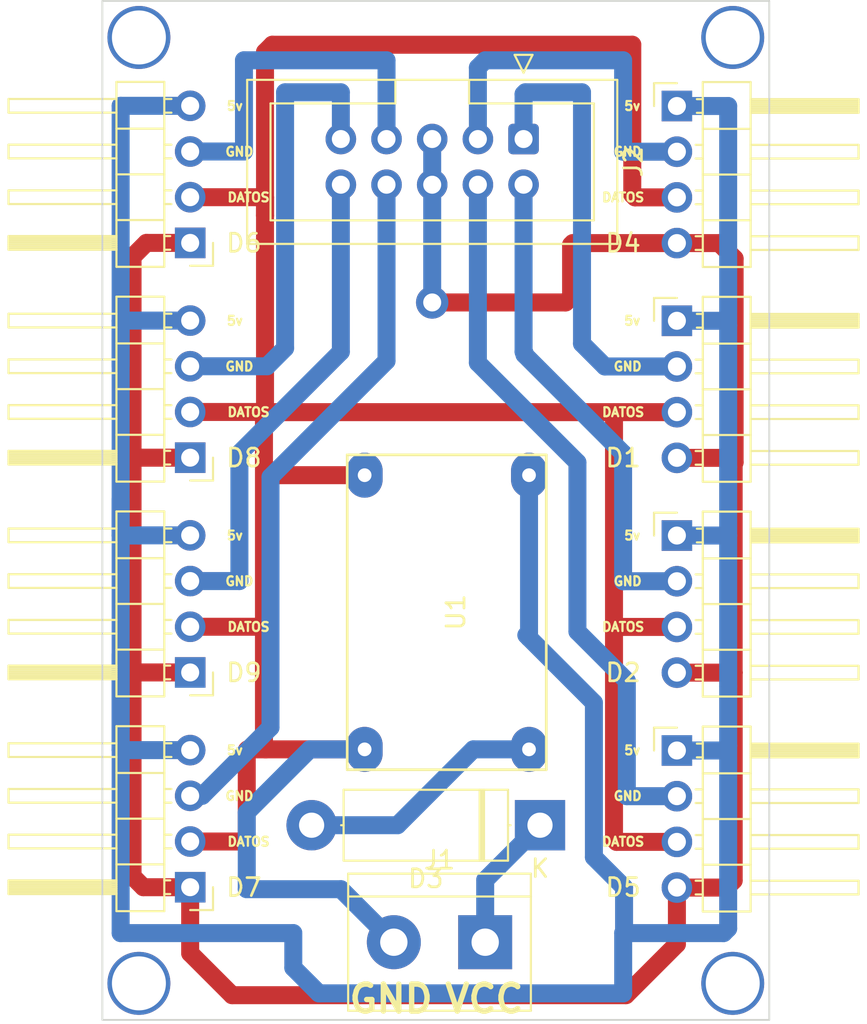
<source format=kicad_pcb>
(kicad_pcb (version 20211014) (generator pcbnew)
  (layers (0 "F.Cu" signal) (31 "B.Cu" signal) (34 "B.Paste" user) (35 "F.Paste" user) (36 "B.SilkS" user "B.Silkscreen") (37 "F.SilkS" user "F.Silkscreen") (38 "B.Mask" user) (39 "F.Mask" user) (44 "Edge.Cuts" user))
  (net 0 "")
  (net 1 "/data2")
  (net 2 "/gnd")
  (net 3 "/5v")
  (net 4 "Net-(D3-Pad1)")
  (net 5 "/data4")
  (net 6 "/data1")
  (net 7 "/data5")
  (net 8 "/data6")
  (net 9 "/data7")
  (net 10 "/data8")
  (net 11 "/data3")
  (net 12 "/38Kh")
  (net 13 "Net-(D3-Pad2)")
  (footprint "Connector_PinHeader_2.54mm:PinHeader_1x04_P2.54mm_Horizontal" (layer "F.Cu") (at 51.503 56.4)
    (fp_text reference "D5" (at -2.991 7.61 180) (layer "F.SilkS"))
    (fp_text value "Conn_01x04_Male" hide)
    (fp_line (start 1.11 -0.38) (end 1.44 -0.38) (layer "F.SilkS") (width 0.12))
    (fp_line (start 10.1 4.7) (end 10.1 5.46) (layer "F.SilkS") (width 0.12))
    (fp_line (start 10.1 5.46) (end 4.1 5.46) (layer "F.SilkS") (width 0.12))
    (fp_line (start 4.1 -0.38) (end 10.1 -0.38) (layer "F.SilkS") (width 0.12))
    (fp_line (start 1.042929 4.7) (end 1.44 4.7) (layer "F.SilkS") (width 0.12))
    (fp_line (start 1.44 -1.33) (end 1.44 8.95) (layer "F.SilkS") (width 0.12))
    (fp_line (start 4.1 8.95) (end 4.1 -1.33) (layer "F.SilkS") (width 0.12))
    (fp_line (start 4.1 4.7) (end 10.1 4.7) (layer "F.SilkS") (width 0.12))
    (fp_line (start 10.1 0.38) (end 4.1 0.38) (layer "F.SilkS") (width 0.12))
    (fp_line (start 10.1 2.16) (end 10.1 2.92) (layer "F.SilkS") (width 0.12))
    (fp_line (start 1.042929 7.24) (end 1.44 7.24) (layer "F.SilkS") (width 0.12))
    (fp_line (start 1.44 6.35) (end 4.1 6.35) (layer "F.SilkS") (width 0.12))
    (fp_line (start 1.11 0.38) (end 1.44 0.38) (layer "F.SilkS") (width 0.12))
    (fp_line (start 1.042929 8) (end 1.44 8) (layer "F.SilkS") (width 0.12))
    (fp_line (start 10.1 2.92) (end 4.1 2.92) (layer "F.SilkS") (width 0.12))
    (fp_line (start 10.1 7.24) (end 10.1 8) (layer "F.SilkS") (width 0.12))
    (fp_line (start 4.1 -0.2) (end 10.1 -0.2) (layer "F.SilkS") (width 0.12))
    (fp_line (start 4.1 -0.32) (end 10.1 -0.32) (layer "F.SilkS") (width 0.12))
    (fp_line (start 10.1 8) (end 4.1 8) (layer "F.SilkS") (width 0.12))
    (fp_line (start 1.042929 2.16) (end 1.44 2.16) (layer "F.SilkS") (width 0.12))
    (fp_line (start 4.1 0.16) (end 10.1 0.16) (layer "F.SilkS") (width 0.12))
    (fp_line (start 1.042929 5.46) (end 1.44 5.46) (layer "F.SilkS") (width 0.12))
    (fp_line (start 1.44 8.95) (end 4.1 8.95) (layer "F.SilkS") (width 0.12))
    (fp_line (start 4.1 7.24) (end 10.1 7.24) (layer "F.SilkS") (width 0.12))
    (fp_line (start 1.44 3.81) (end 4.1 3.81) (layer "F.SilkS") (width 0.12))
    (fp_line (start -1.27 -1.27) (end 0 -1.27) (layer "F.SilkS") (width 0.12))
    (fp_line (start 4.1 0.04) (end 10.1 0.04) (layer "F.SilkS") (width 0.12))
    (fp_line (start -1.27 0) (end -1.27 -1.27) (layer "F.SilkS") (width 0.12))
    (fp_line (start 1.44 1.27) (end 4.1 1.27) (layer "F.SilkS") (width 0.12))
    (fp_line (start 10.1 -0.38) (end 10.1 0.38) (layer "F.SilkS") (width 0.12))
    (fp_line (start 4.1 -0.08) (end 10.1 -0.08) (layer "F.SilkS") (width 0.12))
    (fp_line (start 4.1 -1.33) (end 1.44 -1.33) (layer "F.SilkS") (width 0.12))
    (fp_line (start 4.1 0.28) (end 10.1 0.28) (layer "F.SilkS") (width 0.12))
    (fp_line (start 1.042929 2.92) (end 1.44 2.92) (layer "F.SilkS") (width 0.12))
    (fp_line (start 4.1 2.16) (end 10.1 2.16) (layer "F.SilkS") (width 0.12))
    (pad "1" thru_hole rect (at 0 0) (size 1.7 1.7) (drill 1) (layers *.Cu *.Mask) (net 3 "/5v"))
    (pad "2" thru_hole oval (at 0 2.54) (size 1.7 1.7) (drill 1) (layers *.Cu *.Mask) (net 5 "/data4"))
    (pad "3" thru_hole oval (at 0 5.08) (size 1.7 1.7) (drill 1) (layers *.Cu *.Mask) (net 2 "/gnd"))
    (pad "4" thru_hole oval (at 0 7.62) (size 1.7 1.7) (drill 1) (layers *.Cu *.Mask) (net 12 "/38Kh"))
  )
  (footprint "TerminalBlock:TerminalBlock_bornier-2_P5.08mm" (layer "F.Cu") (at 40.8432 67.056 180)
    (fp_text reference "J1" (at 2.54 4.572) (layer "F.SilkS"))
    (fp_text value "Conn_01x02_Male" hide)
    (fp_line (start -2.54 3.81) (end 7.62 3.81) (layer "F.SilkS") (width 0.12))
    (fp_line (start 7.62 2.54) (end -2.54 2.54) (layer "F.SilkS") (width 0.12))
    (fp_line (start 7.62 3.81) (end 7.62 -3.81) (layer "F.SilkS") (width 0.12))
    (fp_line (start -2.54 -3.81) (end -2.54 3.81) (layer "F.SilkS") (width 0.12))
    (fp_line (start 7.62 -3.81) (end -2.54 -3.81) (layer "F.SilkS") (width 0.12))
    (pad "1" thru_hole rect (at 0 0 180) (size 3 3) (drill 1.52) (layers *.Cu *.Mask) (net 4 "Net-(D3-Pad1)"))
    (pad "2" thru_hole circle (at 5.08 0 180) (size 3 3) (drill 1.52) (layers *.Cu *.Mask) (net 2 "/gnd"))
  )
  (footprint "Diode_THT:D_5W_P12.70mm_Horizontal" (layer "F.Cu") (at 43.8912 60.5536 180)
    (fp_text reference "D3" (at 6.35 -2.97) (layer "F.SilkS"))
    (fp_text value "DIODE")
    (fp_text user "K" (at 0 -2.4) (layer "F.SilkS"))
    (fp_line (start 10.92 1.97) (end 10.92 -1.97) (layer "F.SilkS") (width 0.12))
    (fp_line (start 1.64 0) (end 1.78 0) (layer "F.SilkS") (width 0.12))
    (fp_line (start 3.235 -1.97) (end 3.235 1.97) (layer "F.SilkS") (width 0.12))
    (fp_line (start 10.92 -1.97) (end 1.78 -1.97) (layer "F.SilkS") (width 0.12))
    (fp_line (start 1.78 1.97) (end 10.92 1.97) (layer "F.SilkS") (width 0.12))
    (fp_line (start 3.355 -1.97) (end 3.355 1.97) (layer "F.SilkS") (width 0.12))
    (fp_line (start 11.06 0) (end 10.92 0) (layer "F.SilkS") (width 0.12))
    (fp_line (start 3.115 -1.97) (end 3.115 1.97) (layer "F.SilkS") (width 0.12))
    (fp_line (start 1.78 -1.97) (end 1.78 1.97) (layer "F.SilkS") (width 0.12))
    (pad "1" thru_hole rect (at 0 0 180) (size 2.8 2.8) (drill 1.4) (layers *.Cu *.Mask) (net 4 "Net-(D3-Pad1)"))
    (pad "2" thru_hole oval (at 12.7 0 180) (size 2.8 2.8) (drill 1.4) (layers *.Cu *.Mask) (net 13 "Net-(D3-Pad2)"))
  )
  (footprint "Mini360_step-down:Mini360_step-down" (layer "F.Cu") (at 38.7096 48.7172 90)
    (fp_text reference "U1" (at 0 0.5 90) (layer "F.SilkS"))
    (fp_text value "Mini360")
    (fp_line (start -8.75 -5.54) (end -8.75 5.53) (layer "F.SilkS") (width 0.15))
    (fp_line (start 8.75 5.53) (end 8.75 -5.54) (layer "F.SilkS") (width 0.15))
    (fp_line (start -8.75 -5.54) (end 8.75 -5.54) (layer "F.SilkS") (width 0.15))
    (fp_line (start 8.75 5.53) (end -8.75 5.53) (layer "F.SilkS") (width 0.15))
    (pad "1" thru_hole oval locked (at -7.62 -4.57 90) (size 2.5 2) (drill 0.762) (layers *.Cu *.Mask) (net 2 "/gnd"))
    (pad "2" thru_hole oval locked (at -7.62 4.57 90) (size 2.5 2) (drill 0.762) (layers *.Cu *.Mask) (net 13 "Net-(D3-Pad2)"))
    (pad "3" thru_hole oval locked (at 7.62 -4.57 90) (size 2.5 2) (drill 0.762) (layers *.Cu *.Mask) (net 2 "/gnd"))
    (pad "4" thru_hole oval locked (at 7.62 4.57 90) (size 2.5 2) (drill 0.762) (layers *.Cu *.Mask) (net 3 "/5v"))
  )
  (footprint "Connector_PinHeader_2.54mm:PinHeader_1x04_P2.54mm_Horizontal" (layer "F.Cu") (at 24.439 64 180)
    (fp_text reference "D7" (at -2.991 -0.01) (layer "F.SilkS"))
    (fp_text value "Conn_01x04_Male" hide)
    (fp_line (start 4.1 4.7) (end 10.1 4.7) (layer "F.SilkS") (width 0.12))
    (fp_line (start 1.44 6.35) (end 4.1 6.35) (layer "F.SilkS") (width 0.12))
    (fp_line (start 1.44 3.81) (end 4.1 3.81) (layer "F.SilkS") (width 0.12))
    (fp_line (start 1.44 -1.33) (end 1.44 8.95) (layer "F.SilkS") (width 0.12))
    (fp_line (start 4.1 0.28) (end 10.1 0.28) (layer "F.SilkS") (width 0.12))
    (fp_line (start 4.1 -0.32) (end 10.1 -0.32) (layer "F.SilkS") (width 0.12))
    (fp_line (start 1.11 0.38) (end 1.44 0.38) (layer "F.SilkS") (width 0.12))
    (fp_line (start 1.44 1.27) (end 4.1 1.27) (layer "F.SilkS") (width 0.12))
    (fp_line (start 4.1 8.95) (end 4.1 -1.33) (layer "F.SilkS") (width 0.12))
    (fp_line (start 1.042929 8) (end 1.44 8) (layer "F.SilkS") (width 0.12))
    (fp_line (start 1.042929 5.46) (end 1.44 5.46) (layer "F.SilkS") (width 0.12))
    (fp_line (start 1.44 8.95) (end 4.1 8.95) (layer "F.SilkS") (width 0.12))
    (fp_line (start 4.1 -0.08) (end 10.1 -0.08) (layer "F.SilkS") (width 0.12))
    (fp_line (start 10.1 7.24) (end 10.1 8) (layer "F.SilkS") (width 0.12))
    (fp_line (start 1.042929 2.16) (end 1.44 2.16) (layer "F.SilkS") (width 0.12))
    (fp_line (start 10.1 2.16) (end 10.1 2.92) (layer "F.SilkS") (width 0.12))
    (fp_line (start 4.1 -0.38) (end 10.1 -0.38) (layer "F.SilkS") (width 0.12))
    (fp_line (start 4.1 -1.33) (end 1.44 -1.33) (layer "F.SilkS") (width 0.12))
    (fp_line (start 1.042929 2.92) (end 1.44 2.92) (layer "F.SilkS") (width 0.12))
    (fp_line (start 4.1 0.04) (end 10.1 0.04) (layer "F.SilkS") (width 0.12))
    (fp_line (start 10.1 5.46) (end 4.1 5.46) (layer "F.SilkS") (width 0.12))
    (fp_line (start 10.1 -0.38) (end 10.1 0.38) (layer "F.SilkS") (width 0.12))
    (fp_line (start -1.27 0) (end -1.27 -1.27) (layer "F.SilkS") (width 0.12))
    (fp_line (start 10.1 2.92) (end 4.1 2.92) (layer "F.SilkS") (width 0.12))
    (fp_line (start 4.1 -0.2) (end 10.1 -0.2) (layer "F.SilkS") (width 0.12))
    (fp_line (start 1.042929 7.24) (end 1.44 7.24) (layer "F.SilkS") (width 0.12))
    (fp_line (start 1.042929 4.7) (end 1.44 4.7) (layer "F.SilkS") (width 0.12))
    (fp_line (start 10.1 4.7) (end 10.1 5.46) (layer "F.SilkS") (width 0.12))
    (fp_line (start 10.1 0.38) (end 4.1 0.38) (layer "F.SilkS") (width 0.12))
    (fp_line (start -1.27 -1.27) (end 0 -1.27) (layer "F.SilkS") (width 0.12))
    (fp_line (start 4.1 7.24) (end 10.1 7.24) (layer "F.SilkS") (width 0.12))
    (fp_line (start 4.1 2.16) (end 10.1 2.16) (layer "F.SilkS") (width 0.12))
    (fp_line (start 10.1 8) (end 4.1 8) (layer "F.SilkS") (width 0.12))
    (fp_line (start 1.11 -0.38) (end 1.44 -0.38) (layer "F.SilkS") (width 0.12))
    (fp_line (start 4.1 0.16) (end 10.1 0.16) (layer "F.SilkS") (width 0.12))
    (pad "1" thru_hole rect (at 0 0 180) (size 1.7 1.7) (drill 1) (layers *.Cu *.Mask) (net 12 "/38Kh"))
    (pad "2" thru_hole oval (at 0 2.54 180) (size 1.7 1.7) (drill 1) (layers *.Cu *.Mask) (net 2 "/gnd"))
    (pad "3" thru_hole oval (at 0 5.08 180) (size 1.7 1.7) (drill 1) (layers *.Cu *.Mask) (net 10 "/data8"))
    (pad "4" thru_hole oval (at 0 7.62 180) (size 1.7 1.7) (drill 1) (layers *.Cu *.Mask) (net 3 "/5v"))
  )
  (footprint "Connector_PinHeader_2.54mm:PinHeader_1x04_P2.54mm_Horizontal" (layer "F.Cu") (at 51.503 32.514)
    (fp_text reference "D1" (at -2.991 7.62 180) (layer "F.SilkS"))
    (fp_text value "Conn_01x04_Male" hide)
    (fp_line (start 4.1 -0.38) (end 10.1 -0.38) (layer "F.SilkS") (width 0.12))
    (fp_line (start 4.1 0.28) (end 10.1 0.28) (layer "F.SilkS") (width 0.12))
    (fp_line (start 1.042929 8) (end 1.44 8) (layer "F.SilkS") (width 0.12))
    (fp_line (start -1.27 0) (end -1.27 -1.27) (layer "F.SilkS") (width 0.12))
    (fp_line (start 1.44 -1.33) (end 1.44 8.95) (layer "F.SilkS") (width 0.12))
    (fp_line (start 10.1 2.16) (end 10.1 2.92) (layer "F.SilkS") (width 0.12))
    (fp_line (start 1.042929 7.24) (end 1.44 7.24) (layer "F.SilkS") (width 0.12))
    (fp_line (start 10.1 2.92) (end 4.1 2.92) (layer "F.SilkS") (width 0.12))
    (fp_line (start 4.1 2.16) (end 10.1 2.16) (layer "F.SilkS") (width 0.12))
    (fp_line (start 1.042929 4.7) (end 1.44 4.7) (layer "F.SilkS") (width 0.12))
    (fp_line (start 1.44 8.95) (end 4.1 8.95) (layer "F.SilkS") (width 0.12))
    (fp_line (start 4.1 8.95) (end 4.1 -1.33) (layer "F.SilkS") (width 0.12))
    (fp_line (start 10.1 4.7) (end 10.1 5.46) (layer "F.SilkS") (width 0.12))
    (fp_line (start 4.1 -0.32) (end 10.1 -0.32) (layer "F.SilkS") (width 0.12))
    (fp_line (start 4.1 7.24) (end 10.1 7.24) (layer "F.SilkS") (width 0.12))
    (fp_line (start 1.11 -0.38) (end 1.44 -0.38) (layer "F.SilkS") (width 0.12))
    (fp_line (start 10.1 7.24) (end 10.1 8) (layer "F.SilkS") (width 0.12))
    (fp_line (start 10.1 0.38) (end 4.1 0.38) (layer "F.SilkS") (width 0.12))
    (fp_line (start 1.44 3.81) (end 4.1 3.81) (layer "F.SilkS") (width 0.12))
    (fp_line (start 1.042929 5.46) (end 1.44 5.46) (layer "F.SilkS") (width 0.12))
    (fp_line (start 10.1 8) (end 4.1 8) (layer "F.SilkS") (width 0.12))
    (fp_line (start 4.1 -1.33) (end 1.44 -1.33) (layer "F.SilkS") (width 0.12))
    (fp_line (start 4.1 -0.2) (end 10.1 -0.2) (layer "F.SilkS") (width 0.12))
    (fp_line (start 4.1 0.16) (end 10.1 0.16) (layer "F.SilkS") (width 0.12))
    (fp_line (start 1.11 0.38) (end 1.44 0.38) (layer "F.SilkS") (width 0.12))
    (fp_line (start -1.27 -1.27) (end 0 -1.27) (layer "F.SilkS") (width 0.12))
    (fp_line (start 4.1 0.04) (end 10.1 0.04) (layer "F.SilkS") (width 0.12))
    (fp_line (start 1.042929 2.92) (end 1.44 2.92) (layer "F.SilkS") (width 0.12))
    (fp_line (start 1.44 1.27) (end 4.1 1.27) (layer "F.SilkS") (width 0.12))
    (fp_line (start 1.042929 2.16) (end 1.44 2.16) (layer "F.SilkS") (width 0.12))
    (fp_line (start 10.1 5.46) (end 4.1 5.46) (layer "F.SilkS") (width 0.12))
    (fp_line (start 4.1 4.7) (end 10.1 4.7) (layer "F.SilkS") (width 0.12))
    (fp_line (start 4.1 -0.08) (end 10.1 -0.08) (layer "F.SilkS") (width 0.12))
    (fp_line (start 1.44 6.35) (end 4.1 6.35) (layer "F.SilkS") (width 0.12))
    (fp_line (start 10.1 -0.38) (end 10.1 0.38) (layer "F.SilkS") (width 0.12))
    (pad "1" thru_hole rect (at 0 0) (size 1.7 1.7) (drill 1) (layers *.Cu *.Mask) (net 3 "/5v"))
    (pad "2" thru_hole oval (at 0 2.54) (size 1.7 1.7) (drill 1) (layers *.Cu *.Mask) (net 1 "/data2"))
    (pad "3" thru_hole oval (at 0 5.08) (size 1.7 1.7) (drill 1) (layers *.Cu *.Mask) (net 2 "/gnd"))
    (pad "4" thru_hole oval (at 0 7.62) (size 1.7 1.7) (drill 1) (layers *.Cu *.Mask) (net 12 "/38Kh"))
  )
  (footprint "Connector_PinHeader_2.54mm:PinHeader_1x04_P2.54mm_Horizontal" (layer "F.Cu") (at 24.439 40.124 180)
    (fp_text reference "D8" (at -2.991 -0.01) (layer "F.SilkS"))
    (fp_text value "Conn_01x04_Male" hide)
    (fp_line (start 1.042929 2.16) (end 1.44 2.16) (layer "F.SilkS") (width 0.12))
    (fp_line (start 1.44 -1.33) (end 1.44 8.95) (layer "F.SilkS") (width 0.12))
    (fp_line (start 4.1 0.28) (end 10.1 0.28) (layer "F.SilkS") (width 0.12))
    (fp_line (start 4.1 2.16) (end 10.1 2.16) (layer "F.SilkS") (width 0.12))
    (fp_line (start 1.042929 7.24) (end 1.44 7.24) (layer "F.SilkS") (width 0.12))
    (fp_line (start 4.1 0.04) (end 10.1 0.04) (layer "F.SilkS") (width 0.12))
    (fp_line (start 4.1 8.95) (end 4.1 -1.33) (layer "F.SilkS") (width 0.12))
    (fp_line (start 4.1 -1.33) (end 1.44 -1.33) (layer "F.SilkS") (width 0.12))
    (fp_line (start 10.1 8) (end 4.1 8) (layer "F.SilkS") (width 0.12))
    (fp_line (start 4.1 7.24) (end 10.1 7.24) (layer "F.SilkS") (width 0.12))
    (fp_line (start 10.1 7.24) (end 10.1 8) (layer "F.SilkS") (width 0.12))
    (fp_line (start 10.1 4.7) (end 10.1 5.46) (layer "F.SilkS") (width 0.12))
    (fp_line (start 1.042929 2.92) (end 1.44 2.92) (layer "F.SilkS") (width 0.12))
    (fp_line (start 1.042929 8) (end 1.44 8) (layer "F.SilkS") (width 0.12))
    (fp_line (start 4.1 4.7) (end 10.1 4.7) (layer "F.SilkS") (width 0.12))
    (fp_line (start 10.1 -0.38) (end 10.1 0.38) (layer "F.SilkS") (width 0.12))
    (fp_line (start 1.042929 5.46) (end 1.44 5.46) (layer "F.SilkS") (width 0.12))
    (fp_line (start 1.44 6.35) (end 4.1 6.35) (layer "F.SilkS") (width 0.12))
    (fp_line (start 4.1 -0.32) (end 10.1 -0.32) (layer "F.SilkS") (width 0.12))
    (fp_line (start 1.11 0.38) (end 1.44 0.38) (layer "F.SilkS") (width 0.12))
    (fp_line (start 4.1 0.16) (end 10.1 0.16) (layer "F.SilkS") (width 0.12))
    (fp_line (start -1.27 0) (end -1.27 -1.27) (layer "F.SilkS") (width 0.12))
    (fp_line (start 10.1 2.16) (end 10.1 2.92) (layer "F.SilkS") (width 0.12))
    (fp_line (start 1.44 1.27) (end 4.1 1.27) (layer "F.SilkS") (width 0.12))
    (fp_line (start 4.1 -0.2) (end 10.1 -0.2) (layer "F.SilkS") (width 0.12))
    (fp_line (start 4.1 -0.08) (end 10.1 -0.08) (layer "F.SilkS") (width 0.12))
    (fp_line (start 1.44 8.95) (end 4.1 8.95) (layer "F.SilkS") (width 0.12))
    (fp_line (start 10.1 2.92) (end 4.1 2.92) (layer "F.SilkS") (width 0.12))
    (fp_line (start 1.042929 4.7) (end 1.44 4.7) (layer "F.SilkS") (width 0.12))
    (fp_line (start 10.1 5.46) (end 4.1 5.46) (layer "F.SilkS") (width 0.12))
    (fp_line (start 1.11 -0.38) (end 1.44 -0.38) (layer "F.SilkS") (width 0.12))
    (fp_line (start 1.44 3.81) (end 4.1 3.81) (layer "F.SilkS") (width 0.12))
    (fp_line (start 10.1 0.38) (end 4.1 0.38) (layer "F.SilkS") (width 0.12))
    (fp_line (start -1.27 -1.27) (end 0 -1.27) (layer "F.SilkS") (width 0.12))
    (fp_line (start 4.1 -0.38) (end 10.1 -0.38) (layer "F.SilkS") (width 0.12))
    (pad "1" thru_hole rect (at 0 0 180) (size 1.7 1.7) (drill 1) (layers *.Cu *.Mask) (net 12 "/38Kh"))
    (pad "2" thru_hole oval (at 0 2.54 180) (size 1.7 1.7) (drill 1) (layers *.Cu *.Mask) (net 2 "/gnd"))
    (pad "3" thru_hole oval (at 0 5.08 180) (size 1.7 1.7) (drill 1) (layers *.Cu *.Mask) (net 8 "/data6"))
    (pad "4" thru_hole oval (at 0 7.62 180) (size 1.7 1.7) (drill 1) (layers *.Cu *.Mask) (net 3 "/5v"))
  )
  (footprint "Connector_PinHeader_2.54mm:PinHeader_1x04_P2.54mm_Horizontal" (layer "F.Cu") (at 51.503 44.452)
    (fp_text reference "D2" (at -2.991 7.62 180) (layer "F.SilkS"))
    (fp_text value "Conn_01x04_Male" hide)
    (fp_line (start 4.1 0.16) (end 10.1 0.16) (layer "F.SilkS") (width 0.12))
    (fp_line (start 4.1 -1.33) (end 1.44 -1.33) (layer "F.SilkS") (width 0.12))
    (fp_line (start 4.1 2.16) (end 10.1 2.16) (layer "F.SilkS") (width 0.12))
    (fp_line (start 1.11 0.38) (end 1.44 0.38) (layer "F.SilkS") (width 0.12))
    (fp_line (start 10.1 0.38) (end 4.1 0.38) (layer "F.SilkS") (width 0.12))
    (fp_line (start 1.44 1.27) (end 4.1 1.27) (layer "F.SilkS") (width 0.12))
    (fp_line (start 1.042929 7.24) (end 1.44 7.24) (layer "F.SilkS") (width 0.12))
    (fp_line (start 1.042929 2.92) (end 1.44 2.92) (layer "F.SilkS") (width 0.12))
    (fp_line (start 4.1 4.7) (end 10.1 4.7) (layer "F.SilkS") (width 0.12))
    (fp_line (start 4.1 -0.08) (end 10.1 -0.08) (layer "F.SilkS") (width 0.12))
    (fp_line (start -1.27 0) (end -1.27 -1.27) (layer "F.SilkS") (width 0.12))
    (fp_line (start 4.1 -0.38) (end 10.1 -0.38) (layer "F.SilkS") (width 0.12))
    (fp_line (start 10.1 -0.38) (end 10.1 0.38) (layer "F.SilkS") (width 0.12))
    (fp_line (start 4.1 8.95) (end 4.1 -1.33) (layer "F.SilkS") (width 0.12))
    (fp_line (start 1.44 3.81) (end 4.1 3.81) (layer "F.SilkS") (width 0.12))
    (fp_line (start 4.1 -0.2) (end 10.1 -0.2) (layer "F.SilkS") (width 0.12))
    (fp_line (start 1.042929 2.16) (end 1.44 2.16) (layer "F.SilkS") (width 0.12))
    (fp_line (start 4.1 7.24) (end 10.1 7.24) (layer "F.SilkS") (width 0.12))
    (fp_line (start 10.1 7.24) (end 10.1 8) (layer "F.SilkS") (width 0.12))
    (fp_line (start 10.1 2.92) (end 4.1 2.92) (layer "F.SilkS") (width 0.12))
    (fp_line (start 10.1 4.7) (end 10.1 5.46) (layer "F.SilkS") (width 0.12))
    (fp_line (start 1.44 8.95) (end 4.1 8.95) (layer "F.SilkS") (width 0.12))
    (fp_line (start 1.042929 5.46) (end 1.44 5.46) (layer "F.SilkS") (width 0.12))
    (fp_line (start 1.44 -1.33) (end 1.44 8.95) (layer "F.SilkS") (width 0.12))
    (fp_line (start 1.11 -0.38) (end 1.44 -0.38) (layer "F.SilkS") (width 0.12))
    (fp_line (start -1.27 -1.27) (end 0 -1.27) (layer "F.SilkS") (width 0.12))
    (fp_line (start 4.1 0.28) (end 10.1 0.28) (layer "F.SilkS") (width 0.12))
    (fp_line (start 1.042929 4.7) (end 1.44 4.7) (layer "F.SilkS") (width 0.12))
    (fp_line (start 4.1 -0.32) (end 10.1 -0.32) (layer "F.SilkS") (width 0.12))
    (fp_line (start 10.1 5.46) (end 4.1 5.46) (layer "F.SilkS") (width 0.12))
    (fp_line (start 10.1 8) (end 4.1 8) (layer "F.SilkS") (width 0.12))
    (fp_line (start 1.042929 8) (end 1.44 8) (layer "F.SilkS") (width 0.12))
    (fp_line (start 1.44 6.35) (end 4.1 6.35) (layer "F.SilkS") (width 0.12))
    (fp_line (start 10.1 2.16) (end 10.1 2.92) (layer "F.SilkS") (width 0.12))
    (fp_line (start 4.1 0.04) (end 10.1 0.04) (layer "F.SilkS") (width 0.12))
    (pad "1" thru_hole rect (at 0 0) (size 1.7 1.7) (drill 1) (layers *.Cu *.Mask) (net 3 "/5v"))
    (pad "2" thru_hole oval (at 0 2.54) (size 1.7 1.7) (drill 1) (layers *.Cu *.Mask) (net 11 "/data3"))
    (pad "3" thru_hole oval (at 0 5.08) (size 1.7 1.7) (drill 1) (layers *.Cu *.Mask) (net 2 "/gnd"))
    (pad "4" thru_hole oval (at 0 7.62) (size 1.7 1.7) (drill 1) (layers *.Cu *.Mask) (net 12 "/38Kh"))
  )
  (footprint "Connector_IDC:IDC-Header_2x05_P2.54mm_Vertical" (layer "F.Cu") (at 42.9768 22.4123 -90)
    (fp_text reference "J2" (at 1.27 -6.1 90) (layer "F.SilkS"))
    (fp_text value "Control Sensores")
    (fp_line (start -1.98 -3.91) (end 4.52 -3.91) (layer "F.SilkS") (width 0.12))
    (fp_line (start -3.29 -5.21) (end 5.83 -5.21) (layer "F.SilkS") (width 0.12))
    (fp_line (start 5.83 15.37) (end -3.29 15.37) (layer "F.SilkS") (width 0.12))
    (fp_line (start 4.52 14.07) (end -1.98 14.07) (layer "F.SilkS") (width 0.12))
    (fp_line (start -1.98 7.13) (end -1.98 7.13) (layer "F.SilkS") (width 0.12))
    (fp_line (start -1.98 14.07) (end -1.98 7.13) (layer "F.SilkS") (width 0.12))
    (fp_line (start -4.68 -0.5) (end -4.68 0.5) (layer "F.SilkS") (width 0.12))
    (fp_line (start -3.29 3.03) (end -1.98 3.03) (layer "F.SilkS") (width 0.12))
    (fp_line (start -3.68 0) (end -4.68 -0.5) (layer "F.SilkS") (width 0.12))
    (fp_line (start -1.98 3.03) (end -1.98 -3.91) (layer "F.SilkS") (width 0.12))
    (fp_line (start -3.29 15.37) (end -3.29 -5.21) (layer "F.SilkS") (width 0.12))
    (fp_line (start 5.83 -5.21) (end 5.83 15.37) (layer "F.SilkS") (width 0.12))
    (fp_line (start 4.52 -3.91) (end 4.52 14.07) (layer "F.SilkS") (width 0.12))
    (fp_line (start -1.98 7.13) (end -3.29 7.13) (layer "F.SilkS") (width 0.12))
    (fp_line (start -4.68 0.5) (end -3.68 0) (layer "F.SilkS") (width 0.12))
    (pad "1" thru_hole roundrect (at 0 0 270) (size 1.7 1.7) (drill 1) (layers *.Cu *.Mask) (roundrect_rratio 0.147059) (net 1 "/data2"))
    (pad "2" thru_hole circle (at 2.54 0 270) (size 1.7 1.7) (drill 1) (layers *.Cu *.Mask) (net 11 "/data3"))
    (pad "3" thru_hole circle (at 0 2.54 270) (size 1.7 1.7) (drill 1) (layers *.Cu *.Mask) (net 6 "/data1"))
    (pad "4" thru_hole circle (at 2.54 2.54 270) (size 1.7 1.7) (drill 1) (layers *.Cu *.Mask) (net 5 "/data4"))
    (pad "5" thru_hole circle (at 0 5.08 270) (size 1.7 1.7) (drill 1) (layers *.Cu *.Mask) (net 12 "/38Kh"))
    (pad "6" thru_hole circle (at 2.54 5.08 270) (size 1.7 1.7) (drill 1) (layers *.Cu *.Mask) (net 12 "/38Kh"))
    (pad "7" thru_hole circle (at 0 7.62 270) (size 1.7 1.7) (drill 1) (layers *.Cu *.Mask) (net 7 "/data5"))
    (pad "8" thru_hole circle (at 2.54 7.62 270) (size 1.7 1.7) (drill 1) (layers *.Cu *.Mask) (net 10 "/data8"))
    (pad "9" thru_hole circle (at 0 10.16 270) (size 1.7 1.7) (drill 1) (layers *.Cu *.Mask) (net 8 "/data6"))
    (pad "10" thru_hole circle (at 2.54 10.16 270) (size 1.7 1.7) (drill 1) (layers *.Cu *.Mask) (net 9 "/data7"))
  )
  (footprint "Connector_PinHeader_2.54mm:PinHeader_1x04_P2.54mm_Horizontal" (layer "F.Cu") (at 24.439 28.186 180)
    (fp_text reference "D6" (at -2.991 -0.01) (layer "F.SilkS"))
    (fp_text value "Conn_01x04_Male" hide)
    (fp_line (start 4.1 8.95) (end 4.1 -1.33) (layer "F.SilkS") (width 0.12))
    (fp_line (start 1.44 1.27) (end 4.1 1.27) (layer "F.SilkS") (width 0.12))
    (fp_line (start 10.1 -0.38) (end 10.1 0.38) (layer "F.SilkS") (width 0.12))
    (fp_line (start 10.1 2.16) (end 10.1 2.92) (layer "F.SilkS") (width 0.12))
    (fp_line (start 4.1 -0.38) (end 10.1 -0.38) (layer "F.SilkS") (width 0.12))
    (fp_line (start 1.042929 5.46) (end 1.44 5.46) (layer "F.SilkS") (width 0.12))
    (fp_line (start 10.1 0.38) (end 4.1 0.38) (layer "F.SilkS") (width 0.12))
    (fp_line (start -1.27 0) (end -1.27 -1.27) (layer "F.SilkS") (width 0.12))
    (fp_line (start 10.1 2.92) (end 4.1 2.92) (layer "F.SilkS") (width 0.12))
    (fp_line (start 4.1 0.28) (end 10.1 0.28) (layer "F.SilkS") (width 0.12))
    (fp_line (start 1.44 8.95) (end 4.1 8.95) (layer "F.SilkS") (width 0.12))
    (fp_line (start 1.44 6.35) (end 4.1 6.35) (layer "F.SilkS") (width 0.12))
    (fp_line (start 4.1 0.04) (end 10.1 0.04) (layer "F.SilkS") (width 0.12))
    (fp_line (start 10.1 7.24) (end 10.1 8) (layer "F.SilkS") (width 0.12))
    (fp_line (start 1.042929 7.24) (end 1.44 7.24) (layer "F.SilkS") (width 0.12))
    (fp_line (start -1.27 -1.27) (end 0 -1.27) (layer "F.SilkS") (width 0.12))
    (fp_line (start 4.1 4.7) (end 10.1 4.7) (layer "F.SilkS") (width 0.12))
    (fp_line (start 1.11 0.38) (end 1.44 0.38) (layer "F.SilkS") (width 0.12))
    (fp_line (start 10.1 4.7) (end 10.1 5.46) (layer "F.SilkS") (width 0.12))
    (fp_line (start 4.1 -0.2) (end 10.1 -0.2) (layer "F.SilkS") (width 0.12))
    (fp_line (start 1.042929 2.92) (end 1.44 2.92) (layer "F.SilkS") (width 0.12))
    (fp_line (start 4.1 7.24) (end 10.1 7.24) (layer "F.SilkS") (width 0.12))
    (fp_line (start 1.11 -0.38) (end 1.44 -0.38) (layer "F.SilkS") (width 0.12))
    (fp_line (start 1.042929 8) (end 1.44 8) (layer "F.SilkS") (width 0.12))
    (fp_line (start 4.1 0.16) (end 10.1 0.16) (layer "F.SilkS") (width 0.12))
    (fp_line (start 1.44 3.81) (end 4.1 3.81) (layer "F.SilkS") (width 0.12))
    (fp_line (start 4.1 -1.33) (end 1.44 -1.33) (layer "F.SilkS") (width 0.12))
    (fp_line (start 10.1 5.46) (end 4.1 5.46) (layer "F.SilkS") (width 0.12))
    (fp_line (start 1.042929 4.7) (end 1.44 4.7) (layer "F.SilkS") (width 0.12))
    (fp_line (start 1.042929 2.16) (end 1.44 2.16) (layer "F.SilkS") (width 0.12))
    (fp_line (start 4.1 2.16) (end 10.1 2.16) (layer "F.SilkS") (width 0.12))
    (fp_line (start 4.1 -0.08) (end 10.1 -0.08) (layer "F.SilkS") (width 0.12))
    (fp_line (start 4.1 -0.32) (end 10.1 -0.32) (layer "F.SilkS") (width 0.12))
    (fp_line (start 10.1 8) (end 4.1 8) (layer "F.SilkS") (width 0.12))
    (fp_line (start 1.44 -1.33) (end 1.44 8.95) (layer "F.SilkS") (width 0.12))
    (pad "1" thru_hole rect (at 0 0 180) (size 1.7 1.7) (drill 1) (layers *.Cu *.Mask) (net 12 "/38Kh"))
    (pad "2" thru_hole oval (at 0 2.54 180) (size 1.7 1.7) (drill 1) (layers *.Cu *.Mask) (net 2 "/gnd"))
    (pad "3" thru_hole oval (at 0 5.08 180) (size 1.7 1.7) (drill 1) (layers *.Cu *.Mask) (net 7 "/data5"))
    (pad "4" thru_hole oval (at 0 7.62 180) (size 1.7 1.7) (drill 1) (layers *.Cu *.Mask) (net 3 "/5v"))
  )
  (footprint "Connector_PinHeader_2.54mm:PinHeader_1x04_P2.54mm_Horizontal" (layer "F.Cu") (at 51.503 20.576)
    (fp_text reference "D4" (at -2.991 7.62 180) (layer "F.SilkS"))
    (fp_text value "Conn_01x04_Male" hide)
    (fp_line (start 1.11 0.38) (end 1.44 0.38) (layer "F.SilkS") (width 0.12))
    (fp_line (start 4.1 8.95) (end 4.1 -1.33) (layer "F.SilkS") (width 0.12))
    (fp_line (start 1.042929 5.46) (end 1.44 5.46) (layer "F.SilkS") (width 0.12))
    (fp_line (start 1.11 -0.38) (end 1.44 -0.38) (layer "F.SilkS") (width 0.12))
    (fp_line (start 1.44 1.27) (end 4.1 1.27) (layer "F.SilkS") (width 0.12))
    (fp_line (start 4.1 -0.38) (end 10.1 -0.38) (layer "F.SilkS") (width 0.12))
    (fp_line (start -1.27 -1.27) (end 0 -1.27) (layer "F.SilkS") (width 0.12))
    (fp_line (start 10.1 0.38) (end 4.1 0.38) (layer "F.SilkS") (width 0.12))
    (fp_line (start 4.1 2.16) (end 10.1 2.16) (layer "F.SilkS") (width 0.12))
    (fp_line (start 4.1 -0.2) (end 10.1 -0.2) (layer "F.SilkS") (width 0.12))
    (fp_line (start 10.1 2.92) (end 4.1 2.92) (layer "F.SilkS") (width 0.12))
    (fp_line (start 10.1 4.7) (end 10.1 5.46) (layer "F.SilkS") (width 0.12))
    (fp_line (start 4.1 0.16) (end 10.1 0.16) (layer "F.SilkS") (width 0.12))
    (fp_line (start 4.1 -0.08) (end 10.1 -0.08) (layer "F.SilkS") (width 0.12))
    (fp_line (start 4.1 0.04) (end 10.1 0.04) (layer "F.SilkS") (width 0.12))
    (fp_line (start 4.1 -0.32) (end 10.1 -0.32) (layer "F.SilkS") (width 0.12))
    (fp_line (start 4.1 -1.33) (end 1.44 -1.33) (layer "F.SilkS") (width 0.12))
    (fp_line (start 1.44 8.95) (end 4.1 8.95) (layer "F.SilkS") (width 0.12))
    (fp_line (start 1.042929 4.7) (end 1.44 4.7) (layer "F.SilkS") (width 0.12))
    (fp_line (start 1.042929 7.24) (end 1.44 7.24) (layer "F.SilkS") (width 0.12))
    (fp_line (start 10.1 2.16) (end 10.1 2.92) (layer "F.SilkS") (width 0.12))
    (fp_line (start 10.1 7.24) (end 10.1 8) (layer "F.SilkS") (width 0.12))
    (fp_line (start 1.042929 2.16) (end 1.44 2.16) (layer "F.SilkS") (width 0.12))
    (fp_line (start 1.44 6.35) (end 4.1 6.35) (layer "F.SilkS") (width 0.12))
    (fp_line (start 10.1 8) (end 4.1 8) (layer "F.SilkS") (width 0.12))
    (fp_line (start 1.042929 2.92) (end 1.44 2.92) (layer "F.SilkS") (width 0.12))
    (fp_line (start -1.27 0) (end -1.27 -1.27) (layer "F.SilkS") (width 0.12))
    (fp_line (start 1.44 -1.33) (end 1.44 8.95) (layer "F.SilkS") (width 0.12))
    (fp_line (start 1.44 3.81) (end 4.1 3.81) (layer "F.SilkS") (width 0.12))
    (fp_line (start 10.1 5.46) (end 4.1 5.46) (layer "F.SilkS") (width 0.12))
    (fp_line (start 4.1 4.7) (end 10.1 4.7) (layer "F.SilkS") (width 0.12))
    (fp_line (start 1.042929 8) (end 1.44 8) (layer "F.SilkS") (width 0.12))
    (fp_line (start 4.1 0.28) (end 10.1 0.28) (layer "F.SilkS") (width 0.12))
    (fp_line (start 4.1 7.24) (end 10.1 7.24) (layer "F.SilkS") (width 0.12))
    (fp_line (start 10.1 -0.38) (end 10.1 0.38) (layer "F.SilkS") (width 0.12))
    (pad "1" thru_hole rect (at 0 0) (size 1.7 1.7) (drill 1) (layers *.Cu *.Mask) (net 3 "/5v"))
    (pad "2" thru_hole oval (at 0 2.54) (size 1.7 1.7) (drill 1) (layers *.Cu *.Mask) (net 6 "/data1"))
    (pad "3" thru_hole oval (at 0 5.08) (size 1.7 1.7) (drill 1) (layers *.Cu *.Mask) (net 2 "/gnd"))
    (pad "4" thru_hole oval (at 0 7.62) (size 1.7 1.7) (drill 1) (layers *.Cu *.Mask) (net 12 "/38Kh"))
  )
  (footprint "Connector_PinHeader_2.54mm:PinHeader_1x04_P2.54mm_Horizontal" (layer "F.Cu") (at 24.439 52.062 180)
    (fp_text reference "D9" (at -2.991 -0.01) (layer "F.SilkS"))
    (fp_text value "Conn_01x04_Male" hide)
    (fp_line (start 1.44 -1.33) (end 1.44 8.95) (layer "F.SilkS") (width 0.12))
    (fp_line (start 10.1 2.16) (end 10.1 2.92) (layer "F.SilkS") (width 0.12))
    (fp_line (start 4.1 4.7) (end 10.1 4.7) (layer "F.SilkS") (width 0.12))
    (fp_line (start 10.1 7.24) (end 10.1 8) (layer "F.SilkS") (width 0.12))
    (fp_line (start 4.1 8.95) (end 4.1 -1.33) (layer "F.SilkS") (width 0.12))
    (fp_line (start -1.27 0) (end -1.27 -1.27) (layer "F.SilkS") (width 0.12))
    (fp_line (start -1.27 -1.27) (end 0 -1.27) (layer "F.SilkS") (width 0.12))
    (fp_line (start 1.042929 4.7) (end 1.44 4.7) (layer "F.SilkS") (width 0.12))
    (fp_line (start 4.1 0.04) (end 10.1 0.04) (layer "F.SilkS") (width 0.12))
    (fp_line (start 4.1 0.16) (end 10.1 0.16) (layer "F.SilkS") (width 0.12))
    (fp_line (start 4.1 7.24) (end 10.1 7.24) (layer "F.SilkS") (width 0.12))
    (fp_line (start 4.1 -0.2) (end 10.1 -0.2) (layer "F.SilkS") (width 0.12))
    (fp_line (start 1.042929 5.46) (end 1.44 5.46) (layer "F.SilkS") (width 0.12))
    (fp_line (start 4.1 -1.33) (end 1.44 -1.33) (layer "F.SilkS") (width 0.12))
    (fp_line (start 1.44 6.35) (end 4.1 6.35) (layer "F.SilkS") (width 0.12))
    (fp_line (start 1.44 3.81) (end 4.1 3.81) (layer "F.SilkS") (width 0.12))
    (fp_line (start 1.11 -0.38) (end 1.44 -0.38) (layer "F.SilkS") (width 0.12))
    (fp_line (start 1.042929 2.16) (end 1.44 2.16) (layer "F.SilkS") (width 0.12))
    (fp_line (start 1.44 1.27) (end 4.1 1.27) (layer "F.SilkS") (width 0.12))
    (fp_line (start 10.1 8) (end 4.1 8) (layer "F.SilkS") (width 0.12))
    (fp_line (start 1.042929 8) (end 1.44 8) (layer "F.SilkS") (width 0.12))
    (fp_line (start 10.1 5.46) (end 4.1 5.46) (layer "F.SilkS") (width 0.12))
    (fp_line (start 10.1 -0.38) (end 10.1 0.38) (layer "F.SilkS") (width 0.12))
    (fp_line (start 4.1 2.16) (end 10.1 2.16) (layer "F.SilkS") (width 0.12))
    (fp_line (start 10.1 2.92) (end 4.1 2.92) (layer "F.SilkS") (width 0.12))
    (fp_line (start 1.11 0.38) (end 1.44 0.38) (layer "F.SilkS") (width 0.12))
    (fp_line (start 10.1 4.7) (end 10.1 5.46) (layer "F.SilkS") (width 0.12))
    (fp_line (start 10.1 0.38) (end 4.1 0.38) (layer "F.SilkS") (width 0.12))
    (fp_line (start 4.1 0.28) (end 10.1 0.28) (layer "F.SilkS") (width 0.12))
    (fp_line (start 1.042929 2.92) (end 1.44 2.92) (layer "F.SilkS") (width 0.12))
    (fp_line (start 4.1 -0.08) (end 10.1 -0.08) (layer "F.SilkS") (width 0.12))
    (fp_line (start 1.042929 7.24) (end 1.44 7.24) (layer "F.SilkS") (width 0.12))
    (fp_line (start 4.1 -0.32) (end 10.1 -0.32) (layer "F.SilkS") (width 0.12))
    (fp_line (start 4.1 -0.38) (end 10.1 -0.38) (layer "F.SilkS") (width 0.12))
    (fp_line (start 1.44 8.95) (end 4.1 8.95) (layer "F.SilkS") (width 0.12))
    (pad "1" thru_hole rect (at 0 0 180) (size 1.7 1.7) (drill 1) (layers *.Cu *.Mask) (net 12 "/38Kh"))
    (pad "2" thru_hole oval (at 0 2.54 180) (size 1.7 1.7) (drill 1) (layers *.Cu *.Mask) (net 2 "/gnd"))
    (pad "3" thru_hole oval (at 0 5.08 180) (size 1.7 1.7) (drill 1) (layers *.Cu *.Mask) (net 9 "/data7"))
    (pad "4" thru_hole oval (at 0 7.62 180) (size 1.7 1.7) (drill 1) (layers *.Cu *.Mask) (net 3 "/5v"))
  )
  (gr_rect (start 19.556 14.734) (end 56.64 71.376) (layer "Edge.Cuts") (width 0.1) (fill none))
  (gr_text "GND\n" (at 48.766 23.116) (layer "F.SilkS") (effects (font (size 0.5 0.5) (thickness 0.125))))
  (gr_text "GND\n" (at 27.176 23.116) (layer "F.SilkS") (effects (font (size 0.5 0.5) (thickness 0.125))))
  (gr_text "5v\n" (at 26.922 32.514) (layer "F.SilkS") (effects (font (size 0.5 0.5) (thickness 0.125))))
  (gr_text "5v\n" (at 26.922 44.452) (layer "F.SilkS") (effects (font (size 0.5 0.5) (thickness 0.125))))
  (gr_text "VCC" (at 40.7924 70.2056) (layer "F.SilkS") (effects (font (size 1.5 1.5) (thickness 0.3))))
  (gr_text "GND\n" (at 27.176 58.93) (layer "F.SilkS") (effects (font (size 0.5 0.5) (thickness 0.125))))
  (gr_text "GND\n" (at 48.766 46.992) (layer "F.SilkS") (effects (font (size 0.5 0.5) (thickness 0.125))))
  (gr_text "GND\n" (at 48.766 35.054) (layer "F.SilkS") (effects (font (size 0.5 0.5) (thickness 0.125))))
  (gr_text "GND\n" (at 48.766 58.93) (layer "F.SilkS") (effects (font (size 0.5 0.5) (thickness 0.125))))
  (gr_text "GND\n" (at 27.176 46.992) (layer "F.SilkS") (effects (font (size 0.5 0.5) (thickness 0.125))))
  (gr_text "5v\n" (at 26.922 56.39) (layer "F.SilkS") (effects (font (size 0.5 0.5) (thickness 0.125))))
  (gr_text "5v\n" (at 49.02 32.514) (layer "F.SilkS") (effects (font (size 0.5 0.5) (thickness 0.125))))
  (gr_text "DATOS" (at 27.684 37.594) (layer "F.SilkS") (effects (font (size 0.5 0.5) (thickness 0.125))))
  (gr_text "DATOS" (at 48.512 25.656) (layer "F.SilkS") (effects (font (size 0.5 0.5) (thickness 0.125))))
  (gr_text "DATOS" (at 27.684 49.532) (layer "F.SilkS") (effects (font (size 0.5 0.5) (thickness 0.125))))
  (gr_text "5v\n" (at 49.02 20.576) (layer "F.SilkS") (effects (font (size 0.5 0.5) (thickness 0.125))))
  (gr_text "DATOS" (at 48.512 49.532) (layer "F.SilkS") (effects (font (size 0.5 0.5) (thickness 0.125))))
  (gr_text "DATOS" (at 48.512 61.47) (layer "F.SilkS") (effects (font (size 0.5 0.5) (thickness 0.125))))
  (gr_text "5v\n" (at 49.02 56.39) (layer "F.SilkS") (effects (font (size 0.5 0.5) (thickness 0.125))))
  (gr_text "5v\n" (at 26.922 20.576) (layer "F.SilkS") (effects (font (size 0.5 0.5) (thickness 0.125))))
  (gr_text "DATOS" (at 27.684 25.656) (layer "F.SilkS") (effects (font (size 0.5 0.5) (thickness 0.125))))
  (gr_text "GND" (at 35.6108 70.2056) (layer "F.SilkS") (effects (font (size 1.5 1.5) (thickness 0.3))))
  (gr_text "5v\n" (at 49.02 44.452) (layer "F.SilkS") (effects (font (size 0.5 0.5) (thickness 0.125))))
  (gr_text "GND\n" (at 27.176 35.054) (layer "F.SilkS") (effects (font (size 0.5 0.5) (thickness 0.125))))
  (gr_text "DATOS" (at 27.684 61.47) (layer "F.SilkS") (effects (font (size 0.5 0.5) (thickness 0.125))))
  (gr_text "DATOS" (at 48.512 37.594) (layer "F.SilkS") (effects (font (size 0.5 0.5) (thickness 0.125))))
  (via (at 54.608 69.344) (size 3.5) (drill 3) (layers "F.Cu" "B.Cu") (net 0))
  (via (at 21.588 16.766) (size 3.5) (drill 3) (layers "F.Cu" "B.Cu") (net 0))
  (via (at 54.608 16.766) (size 3.5) (drill 3) (layers "F.Cu" "B.Cu") (net 0))
  (via (at 21.588 69.344) (size 3.5) (drill 3) (layers "F.Cu" "B.Cu") (net 0))
  (segment (start 42.9768 19.9136) (end 43.0764 19.814) (width 1) (layer "B.Cu") (net 1))
  (segment (start 47.496 35.054) (end 51.503 35.054) (width 1) (layer "B.Cu") (net 1))
  (segment (start 43.0764 19.814) (end 46.226 19.814) (width 1) (layer "B.Cu") (net 1))
  (segment (start 46.226 33.784) (end 47.496 35.054) (width 1) (layer "B.Cu") (net 1))
  (segment (start 46.226 19.814) (end 46.226 33.784) (width 1) (layer "B.Cu") (net 1))
  (segment (start 42.9768 22.4123) (end 42.9768 19.9136) (width 1) (layer "B.Cu") (net 1))
  (segment (start 28.5516 37.594) (end 28.5416 37.584) (width 1) (layer "F.Cu") (net 2))
  (segment (start 28.5416 40.5464) (end 28.5416 37.584) (width 1) (layer "F.Cu") (net 2))
  (segment (start 27.6352 56.3372) (end 28.6352 56.3372) (width 1) (layer "F.Cu") (net 2))
  (segment (start 28.6004 25.654) (end 28.6004 26.67) (width 1) (layer "F.Cu") (net 2))
  (segment (start 48.006 61.3396) (end 48.006 49.5848) (width 1) (layer "F.Cu") (net 2))
  (segment (start 27.5844 56.388) (end 27.6352 56.3372) (width 1) (layer "F.Cu") (net 2))
  (segment (start 34.1396 41.0972) (end 29.0924 41.0972) (width 1) (layer "F.Cu") (net 2))
  (segment (start 27.5416 61.46) (end 27.5844 61.4172) (width 1) (layer "F.Cu") (net 2))
  (segment (start 51.503 61.48) (end 48.1464 61.48) (width 1) (layer "F.Cu") (net 2))
  (segment (start 24.439 49.522) (end 28.3544 49.522) (width 1) (layer "F.Cu") (net 2))
  (segment (start 28.6004 17.5768) (end 28.6004 26.67) (width 1) (layer "F.Cu") (net 2))
  (segment (start 49.022 17.1704) (end 29.0068 17.1704) (width 1) (layer "F.Cu") (net 2))
  (segment (start 34.1396 56.3372) (end 28.6352 56.3372) (width 1) (layer "F.Cu") (net 2))
  (segment (start 48.008 37.594) (end 28.5516 37.594) (width 1) (layer "F.Cu") (net 2))
  (segment (start 48.006 37.592) (end 48.008 37.594) (width 1) (layer "F.Cu") (net 2))
  (segment (start 49.022 25.5016) (end 49.022 17.1704) (width 1) (layer "F.Cu") (net 2))
  (segment (start 51.503 25.656) (end 49.1764 25.656) (width 1) (layer "F.Cu") (net 2))
  (segment (start 48.1464 61.48) (end 48.006 61.3396) (width 1) (layer "F.Cu") (net 2))
  (segment (start 28.6352 56.3372) (end 28.5416 56.2436) (width 1) (layer "F.Cu") (net 2))
  (segment (start 28.6004 37.6428) (end 28.5416 37.584) (width 1) (layer "F.Cu") (net 2))
  (segment (start 27.5844 61.4172) (end 27.5844 56.388) (width 1) (layer "F.Cu") (net 2))
  (segment (start 29.0068 17.1704) (end 28.6004 17.5768) (width 1) (layer "F.Cu") (net 2))
  (segment (start 49.1764 25.656) (end 49.022 25.5016) (width 1) (layer "F.Cu") (net 2))
  (segment (start 48.008 37.594) (end 51.503 37.594) (width 1) (layer "F.Cu") (net 2))
  (segment (start 28.5924 25.646) (end 28.6004 25.654) (width 1) (layer "F.Cu") (net 2))
  (segment (start 48.0588 49.532) (end 51.503 49.532) (width 1) (layer "F.Cu") (net 2))
  (segment (start 24.439 61.46) (end 27.5416 61.46) (width 1) (layer "F.Cu") (net 2))
  (segment (start 28.6004 26.67) (end 28.6004 37.6428) (width 1) (layer "F.Cu") (net 2))
  (segment (start 48.006 49.5848) (end 48.0588 49.532) (width 1) (layer "F.Cu") (net 2))
  (segment (start 28.5416 49.3348) (end 28.5416 40.5464) (width 1) (layer "F.Cu") (net 2))
  (segment (start 28.5416 56.2436) (end 28.5416 49.3348) (width 1) (layer "F.Cu") (net 2))
  (segment (start 29.0924 41.0972) (end 28.5416 40.5464) (width 1) (layer "F.Cu") (net 2))
  (segment (start 48.006 49.5848) (end 48.006 37.592) (width 1) (layer "F.Cu") (net 2))
  (segment (start 24.439 25.646) (end 28.5924 25.646) (width 1) (layer "F.Cu") (net 2))
  (segment (start 28.3544 49.522) (end 28.5416 49.3348) (width 1) (layer "F.Cu") (net 2))
  (segment (start 28.5416 37.584) (end 24.439 37.584) (width 1) (layer "F.Cu") (net 2))
  (segment (start 32.8168 64.1096) (end 27.5844 64.1096) (width 1) (layer "B.Cu") (net 2))
  (segment (start 31.0896 56.3372) (end 34.1396 56.3372) (width 1) (layer "B.Cu") (net 2))
  (segment (start 27.5844 59.8424) (end 31.0896 56.3372) (width 1) (layer "B.Cu") (net 2))
  (segment (start 27.5844 64.1096) (end 27.5844 59.8424) (width 1) (layer "B.Cu") (net 2))
  (segment (start 35.7632 67.056) (end 32.8168 64.1096) (width 1) (layer "B.Cu") (net 2))
  (segment (start 54.1 32.514) (end 51.503 32.514) (width 1) (layer "B.Cu") (net 3))
  (segment (start 51.503 56.4) (end 54.09 56.4) (width 1) (layer "B.Cu") (net 3))
  (segment (start 51.503 44.452) (end 54.354 44.452) (width 1) (layer "B.Cu") (net 3))
  (segment (start 20.572 51.056) (end 20.572 66.55) (width 1) (layer "B.Cu") (net 3))
  (segment (start 24.439 56.38) (end 20.572 56.38) (width 1) (layer "B.Cu") (net 3))
  (segment (start 48.5648 66.5012) (end 48.516 66.55) (width 1) (layer "B.Cu") (net 3))
  (segment (start 54.1 66.55) (end 48.516 66.55) (width 1) (layer "B.Cu") (net 3))
  (segment (start 54.354 66.296) (end 54.1 66.55) (width 1) (layer "B.Cu") (net 3))
  (segment (start 48.5648 64.008) (end 48.5648 66.5012) (width 1) (layer "B.Cu") (net 3))
  (segment (start 54.354 52.834) (end 54.354 44.452) (width 1) (layer "B.Cu") (net 3))
  (segment (start 54.09 56.4) (end 54.354 56.136) (width 1) (layer "B.Cu") (net 3))
  (segment (start 20.582 32.504) (end 24.439 32.504) (width 1) (layer "B.Cu") (net 3))
  (segment (start 21.588 44.452) (end 20.572 44.452) (width 1) (layer "B.Cu") (net 3))
  (segment (start 48.516 66.55) (end 48.516 69.8988) (width 1) (layer "B.Cu") (net 3))
  (segment (start 54.354 56.136) (end 54.354 66.296) (width 1) (layer "B.Cu") (net 3))
  (segment (start 20.572 56.38) (end 20.572 42.42) (width 1) (layer "B.Cu") (net 3))
  (segment (start 54.354 20.576) (end 54.354 32.768) (width 1) (layer "B.Cu") (net 3))
  (segment (start 46.8884 62.3316) (end 48.5648 64.008) (width 1) (layer "B.Cu") (net 3))
  (segment (start 43.2816 41.0992) (end 43.2816 50.1396) (width 1) (layer "B.Cu") (net 3))
  (segment (start 30.1732 68.4764) (end 30.1732 66.55) (width 1) (layer "B.Cu") (net 3))
  (segment (start 20.572 20.566) (end 24.439 20.566) (width 1) (layer "B.Cu") (net 3))
  (segment (start 54.354 44.452) (end 54.354 40.642) (width 1) (layer "B.Cu") (net 3))
  (segment (start 20.572 35.054) (end 20.572 20.566) (width 1) (layer "B.Cu") (net 3))
  (segment (start 24.439 44.442) (end 21.598 44.442) (width 1) (layer "B.Cu") (net 3))
  (segment (start 20.572 66.55) (end 30.1732 66.55) (width 1) (layer "B.Cu") (net 3))
  (segment (start 20.572 44.452) (end 20.572 32.514) (width 1) (layer "B.Cu") (net 3))
  (segment (start 54.354 32.768) (end 54.1 32.514) (width 1) (layer "B.Cu") (net 3))
  (segment (start 48.516 69.8988) (end 31.5956 69.8988) (width 1) (layer "B.Cu") (net 3))
  (segment (start 20.572 32.514) (end 20.582 32.504) (width 1) (layer "B.Cu") (net 3))
  (segment (start 43.1292 49.9872) (end 43.2816 50.1396) (width 1) (layer "B.Cu") (net 3))
  (segment (start 43.2816 50.1396) (end 46.8884 53.7464) (width 1) (layer "B.Cu") (net 3))
  (segment (start 46.8884 53.7464) (end 46.8884 62.3316) (width 1) (layer "B.Cu") (net 3))
  (segment (start 54.354 56.136) (end 54.354 52.834) (width 1) (layer "B.Cu") (net 3))
  (segment (start 54.354 32.768) (end 54.354 40.642) (width 1) (layer "B.Cu") (net 3))
  (segment (start 21.598 44.442) (end 21.588 44.452) (width 1) (layer "B.Cu") (net 3))
  (segment (start 51.503 20.576) (end 54.354 20.576) (width 1) (layer "B.Cu") (net 3))
  (segment (start 31.5956 69.8988) (end 30.1732 68.4764) (width 1) (layer "B.Cu") (net 3))
  (segment (start 40.8432 67.056) (end 40.8432 63.6016) (width 1) (layer "B.Cu") (net 4))
  (segment (start 40.8432 63.6016) (end 43.8912 60.5536) (width 1) (layer "B.Cu") (net 4))
  (segment (start 48.7172 58.94) (end 48.7172 52.5312) (width 1) (layer "B.Cu") (net 5))
  (segment (start 40.4368 34.8528) (end 40.4368 24.9523) (width 1) (layer "B.Cu") (net 5))
  (segment (start 48.7172 52.5312) (end 45.972 49.786) (width 1) (layer "B.Cu") (net 5))
  (segment (start 45.972 49.786) (end 45.972 40.388) (width 1) (layer "B.Cu") (net 5))
  (segment (start 51.503 58.94) (end 48.7172 58.94) (width 1) (layer "B.Cu") (net 5))
  (segment (start 45.972 40.388) (end 40.4368 34.8528) (width 1) (layer "B.Cu") (net 5))
  (segment (start 48.512 18.036) (end 40.8412 18.036) (width 1) (layer "B.Cu") (net 6))
  (segment (start 51.503 23.116) (end 48.512 23.116) (width 1) (layer "B.Cu") (net 6))
  (segment (start 48.512 23.116) (end 48.512 18.036) (width 1) (layer "B.Cu") (net 6))
  (segment (start 40.4368 18.4404) (end 40.8412 18.036) (width 1) (layer "B.Cu") (net 6))
  (segment (start 40.4368 22.4123) (end 40.4368 18.4404) (width 1) (layer "B.Cu") (net 6))
  (segment (start 27.43 23.106) (end 24.439 23.106) (width 1) (layer "B.Cu") (net 7))
  (segment (start 27.43 18.036) (end 27.43 23.106) (width 1) (layer "B.Cu") (net 7))
  (segment (start 35.3568 18.036) (end 27.43 18.036) (width 1) (layer "B.Cu") (net 7))
  (segment (start 35.3568 22.4123) (end 35.3568 18.036) (width 1) (layer "B.Cu") (net 7))
  (segment (start 29.716 19.814) (end 32.8168 19.814) (width 1) (layer "B.Cu") (net 8))
  (segment (start 32.8168 19.814) (end 32.8168 22.4123) (width 1) (layer "B.Cu") (net 8))
  (segment (start 28.71 35.044) (end 29.716 34.038) (width 1) (layer "B.Cu") (net 8))
  (segment (start 29.716 34.038) (end 29.716 19.814) (width 1) (layer "B.Cu") (net 8))
  (segment (start 24.439 35.044) (end 28.71 35.044) (width 1) (layer "B.Cu") (net 8))
  (segment (start 24.439 46.982) (end 27.176 46.982) (width 1) (layer "B.Cu") (net 9))
  (segment (start 27.176 39.88) (end 32.8168 34.2392) (width 1) (layer "B.Cu") (net 9))
  (segment (start 27.176 46.982) (end 27.176 39.88) (width 1) (layer "B.Cu") (net 9))
  (segment (start 32.8168 34.2392) (end 32.8168 24.9523) (width 1) (layer "B.Cu") (net 9))
  (segment (start 35.3568 34.7472) (end 35.3568 24.9523) (width 1) (layer "B.Cu") (net 10))
  (segment (start 25.1032 58.92) (end 28.9052 55.118) (width 1) (layer "B.Cu") (net 10))
  (segment (start 28.9052 55.118) (end 28.9052 41.1988) (width 1) (layer "B.Cu") (net 10))
  (segment (start 28.9052 41.1988) (end 35.3568 34.7472) (width 1) (layer "B.Cu") (net 10))
  (segment (start 24.439 58.92) (end 25.1032 58.92) (width 1) (layer "B.Cu") (net 10))
  (segment (start 42.9768 34.2392) (end 42.9768 24.9523) (width 1) (layer "B.Cu") (net 11))
  (segment (start 51.503 46.992) (end 48.512 46.992) (width 1) (layer "B.Cu") (net 11))
  (segment (start 43.0276 34.3956) (end 43.0276 34.29) (width 1) (layer "B.Cu") (net 11))
  (segment (start 48.512 46.992) (end 48.512 39.88) (width 1) (layer "B.Cu") (net 11))
  (segment (start 48.512 39.88) (end 43.0276 34.3956) (width 1) (layer "B.Cu") (net 11))
  (segment (start 43.0276 34.29) (end 42.9768 34.2392) (width 1) (layer "B.Cu") (net 11))
  (segment (start 51.483 64) (end 51.503 64.02) (width 1) (layer "F.Cu") (net 12))
  (segment (start 51.503 64.02) (end 54.2664 64.02) (width 1) (layer "F.Cu") (net 12))
  (segment (start 54.7116 29.0576) (end 53.85 28.196) (width 1) (layer "F.Cu") (net 12))
  (segment (start 21.4964 40.124) (end 24.439 40.124) (width 1) (layer "F.Cu") (net 12))
  (segment (start 51.503 28.196) (end 45.718 28.196) (width 1) (layer "F.Cu") (net 12))
  (segment (start 26.7716 70.0024) (end 24.439 67.6698) (width 1) (layer "F.Cu") (net 12))
  (segment (start 21.4456 52.062) (end 24.439 52.062) (width 1) (layer "F.Cu") (net 12))
  (segment (start 54.6608 63.6256) (end 54.6608 52.07) (width 1) (layer "F.Cu") (net 12))
  (segment (start 54.2664 64.02) (end 54.6608 63.6256) (width 1) (layer "F.Cu") (net 12))
  (segment (start 48.6664 70.0024) (end 26.7716 70.0024) (width 1) (layer "F.Cu") (net 12))
  (segment (start 21.836 64) (end 21.2344 63.3984) (width 1) (layer "F.Cu") (net 12))
  (segment (start 54.6588 52.072) (end 54.6588 40.4348) (width 1) (layer "F.Cu") (net 12))
  (segment (start 45.3136 31.496) (end 45.6184 31.1912) (width 1) (layer "F.Cu") (net 12))
  (segment (start 45.718 28.196) (end 45.6184 28.2956) (width 1) (layer "F.Cu") (net 12))
  (segment (start 51.503 67.1658) (end 48.6664 70.0024) (width 1) (layer "F.Cu") (net 12))
  (segment (start 21.2344 52.2732) (end 21.2344 40.386) (width 1) (layer "F.Cu") (net 12))
  (segment (start 54.6588 40.4348) (end 54.7116 40.382) (width 1) (layer "F.Cu") (net 12))
  (segment (start 37.8968 31.496) (end 45.3136 31.496) (width 1) (layer "F.Cu") (net 12))
  (segment (start 45.6184 31.1912) (end 45.6184 28.2956) (width 1) (layer "F.Cu") (net 12))
  (segment (start 51.503 64.02) (end 51.503 67.1658) (width 1) (layer "F.Cu") (net 12))
  (segment (start 54.6588 40.4348) (end 54.358 40.134) (width 1) (layer "F.Cu") (net 12))
  (segment (start 54.358 40.134) (end 51.503 40.134) (width 1) (layer "F.Cu") (net 12))
  (segment (start 21.2344 52.2732) (end 21.4456 52.062) (width 1) (layer "F.Cu") (net 12))
  (segment (start 21.2344 40.386) (end 21.4964 40.124) (width 1) (layer "F.Cu") (net 12))
  (segment (start 22.0044 28.186) (end 24.439 28.186) (width 1) (layer "F.Cu") (net 12))
  (segment (start 54.6588 52.072) (end 51.503 52.072) (width 1) (layer "F.Cu") (net 12))
  (segment (start 24.439 64) (end 21.836 64) (width 1) (layer "F.Cu") (net 12))
  (segment (start 21.2344 63.3984) (end 21.2344 52.2732) (width 1) (layer "F.Cu") (net 12))
  (segment (start 21.2344 28.956) (end 22.0044 28.186) (width 1) (layer "F.Cu") (net 12))
  (segment (start 54.7116 40.382) (end 54.7116 29.0576) (width 1) (layer "F.Cu") (net 12))
  (segment (start 21.2344 40.386) (end 21.2344 28.956) (width 1) (layer "F.Cu") (net 12))
  (segment (start 24.439 67.6698) (end 24.439 64) (width 1) (layer "F.Cu") (net 12))
  (segment (start 53.85 28.196) (end 51.503 28.196) (width 1) (layer "F.Cu") (net 12))
  (segment (start 54.6608 52.07) (end 54.6588 52.072) (width 1) (layer "F.Cu") (net 12))
  (via (at 37.8968 31.496) (size 1.8) (drill 1) (layers "F.Cu" "B.Cu") (net 12))
  (segment (start 37.8968 24.9523) (end 37.8968 22.4123) (width 1) (layer "B.Cu") (net 12))
  (segment (start 37.8968 24.9523) (end 37.8968 31.496) (width 1) (layer "B.Cu") (net 12))
  (segment (start 40.1828 56.3372) (end 43.2796 56.3372) (width 1) (layer "B.Cu") (net 13))
  (segment (start 35.9664 60.5536) (end 40.1828 56.3372) (width 1) (layer "B.Cu") (net 13))
  (segment (start 31.1912 60.5536) (end 35.9664 60.5536) (width 1) (layer "B.Cu") (net 13))
)
</source>
